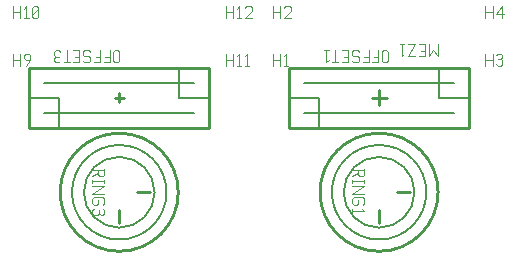
<source format=gbr>
G04 start of page 13 for group -4079 idx -4079 *
G04 Title: (unknown), topsilk *
G04 Creator: pcb 4.2.0 *
G04 CreationDate: Tue Jul 14 02:58:48 2020 UTC *
G04 For: commonadmin *
G04 Format: Gerber/RS-274X *
G04 PCB-Dimensions (mil): 24000.00 18000.00 *
G04 PCB-Coordinate-Origin: lower left *
%MOIN*%
%FSLAX25Y25*%
%LNTOPSILK*%
%ADD71C,0.0040*%
%ADD70C,0.0060*%
%ADD69C,0.0100*%
G54D69*X610236Y254272D02*Y249272D01*
X607736Y251772D02*X612736D01*
X522122D02*X525122D01*
X523622Y253272D02*Y250272D01*
X616142Y220276D02*X620472D01*
X610236Y214370D02*Y210039D01*
G54D70*Y232087D02*G75*G03X598425Y220276I0J-11811D01*G01*
X622047D02*G75*G03X610236Y232087I-11811J0D01*G01*
Y208465D02*G75*G03X622047Y220276I0J11811D01*G01*
X598425D02*G75*G03X610236Y208465I11811J0D01*G01*
X594488Y220276D02*G75*G03X610236Y204528I15748J0D01*G01*
G75*G03X625984Y220276I0J15748D01*G01*
G75*G03X610236Y236024I-15748J0D01*G01*
G75*G03X594488Y220276I0J-15748D01*G01*
G54D69*X610236Y200591D02*G75*G03X629921Y220276I0J19685D01*G01*
G75*G03X610236Y239961I-19685J0D01*G01*
G75*G03X590551Y220276I0J-19685D01*G01*
G75*G03X610236Y200591I19685J0D01*G01*
X580236Y261772D02*X640236D01*
X580236D02*Y241772D01*
X640236D01*
Y261772D02*Y241772D01*
G54D70*X585236Y256772D02*X635236D01*
X585236Y246772D02*X635236D01*
X580236Y251772D02*X590236D01*
Y241772D01*
X630236Y261772D02*Y251772D01*
X640236D01*
G54D69*X493599Y261788D02*X553599D01*
X493599D02*Y241788D01*
X553599D01*
Y261788D02*Y241788D01*
G54D70*X498599Y256788D02*X548599D01*
X498599Y246788D02*X548599D01*
X493599Y251788D02*X503599D01*
Y241788D01*
X543599Y261788D02*Y251788D01*
X553599D01*
G54D69*X529528Y220276D02*X533858D01*
X523622Y214370D02*Y210039D01*
G54D70*Y232087D02*G75*G03X511811Y220276I0J-11811D01*G01*
X535433D02*G75*G03X523622Y232087I-11811J0D01*G01*
Y208465D02*G75*G03X535433Y220276I0J11811D01*G01*
X511811D02*G75*G03X523622Y208465I11811J0D01*G01*
X507874Y220276D02*G75*G03X523622Y204528I15748J0D01*G01*
G75*G03X539370Y220276I0J15748D01*G01*
G75*G03X523622Y236024I-15748J0D01*G01*
G75*G03X507874Y220276I0J-15748D01*G01*
G54D69*X523622Y200591D02*G75*G03X543307Y220276I0J19685D01*G01*
G75*G03X523622Y239961I-19685J0D01*G01*
G75*G03X503937Y220276I0J-19685D01*G01*
G75*G03X523622Y200591I19685J0D01*G01*
G54D71*X613189Y267098D02*Y264098D01*
X612689Y263598D01*
X611689D02*X612689D01*
X611689D02*X611189Y264098D01*
Y267098D02*Y264098D01*
X611689Y267598D02*X611189Y267098D01*
X611689Y267598D02*X612689D01*
X613189Y267098D02*X612689Y267598D01*
X609989D02*Y263598D01*
X607989D02*X609989D01*
X608489Y265398D02*X609989D01*
X606789Y267598D02*Y263598D01*
X604789D02*X606789D01*
X605289Y265398D02*X606789D01*
X601589Y263598D02*X601089Y264098D01*
X601589Y263598D02*X603089D01*
X603589Y264098D02*X603089Y263598D01*
X603589Y265098D02*Y264098D01*
Y265098D02*X603089Y265598D01*
X601589D02*X603089D01*
X601589D02*X601089Y266098D01*
Y267098D02*Y266098D01*
X601589Y267598D02*X601089Y267098D01*
X601589Y267598D02*X603089D01*
X603589Y267098D02*X603089Y267598D01*
X598389Y265398D02*X599889D01*
X597889Y267598D02*X599889D01*
Y263598D01*
X597889D02*X599889D01*
X594689D02*X596689D01*
X595689Y267598D02*Y263598D01*
X593489Y264398D02*X592689Y263598D01*
Y267598D02*Y263598D01*
X591989Y267598D02*X593489D01*
X645669Y266520D02*Y262520D01*
X648169Y266520D02*Y262520D01*
X645669Y264520D02*X648169D01*
X649369Y266020D02*X649869Y266520D01*
X650869D01*
X651369Y266020D01*
X650869Y262520D02*X651369Y263020D01*
X649869Y262520D02*X650869D01*
X649369Y263020D02*X649869Y262520D01*
Y264720D02*X650869D01*
X651369Y266020D02*Y265220D01*
Y264220D02*Y263020D01*
Y264220D02*X650869Y264720D01*
X651369Y265220D02*X650869Y264720D01*
X645669Y282268D02*Y278268D01*
X648169Y282268D02*Y278268D01*
X645669Y280268D02*X648169D01*
X649369Y279768D02*X651369Y282268D01*
X649369Y279768D02*X651869D01*
X651369Y282268D02*Y278268D01*
X629760Y269646D02*Y265646D01*
X628260Y267646D01*
X626760Y265646D01*
Y269646D02*Y265646D01*
X624060Y267446D02*X625560D01*
X623560Y269646D02*X625560D01*
Y265646D01*
X623560D02*X625560D01*
X619860D02*X622360D01*
Y269646D02*X619860Y265646D01*
Y269646D02*X622360D01*
X618660Y266446D02*X617860Y265646D01*
Y269646D02*Y265646D01*
X617160Y269646D02*X618660D01*
X574803Y282268D02*Y278268D01*
X577303Y282268D02*Y278268D01*
X574803Y280268D02*X577303D01*
X578503Y281768D02*X579003Y282268D01*
X580503D01*
X581003Y281768D01*
Y280768D01*
X578503Y278268D02*X581003Y280768D01*
X578503Y278268D02*X581003D01*
X574803Y266520D02*Y262520D01*
X577303Y266520D02*Y262520D01*
X574803Y264520D02*X577303D01*
X578503Y265720D02*X579303Y266520D01*
Y262520D01*
X578503D02*X580003D01*
X605299Y228150D02*Y226150D01*
X604799Y225650D01*
X603799D02*X604799D01*
X603299Y226150D02*X603799Y225650D01*
X603299Y227650D02*Y226150D01*
X601299Y227650D02*X605299D01*
X603299Y226850D02*X601299Y225650D01*
X605299Y224450D02*Y223450D01*
X601299Y223950D02*X605299D01*
X601299Y224450D02*Y223450D01*
Y222250D02*X605299D01*
X601299Y219750D01*
X605299D01*
Y216550D02*X604799Y216050D01*
X605299Y218050D02*Y216550D01*
X604799Y218550D02*X605299Y218050D01*
X601799Y218550D02*X604799D01*
X601799D02*X601299Y218050D01*
Y216550D01*
X601799Y216050D01*
X602799D01*
X603299Y216550D02*X602799Y216050D01*
X603299Y217550D02*Y216550D01*
X604499Y214850D02*X605299Y214050D01*
X601299D02*X605299D01*
X601299Y214850D02*Y213350D01*
X523622Y267099D02*Y264099D01*
X523122Y263599D01*
X522122D02*X523122D01*
X522122D02*X521622Y264099D01*
Y267099D02*Y264099D01*
X522122Y267599D02*X521622Y267099D01*
X522122Y267599D02*X523122D01*
X523622Y267099D02*X523122Y267599D01*
X520422D02*Y263599D01*
X518422D02*X520422D01*
X518922Y265399D02*X520422D01*
X517222Y267599D02*Y263599D01*
X515222D02*X517222D01*
X515722Y265399D02*X517222D01*
X512022Y263599D02*X511522Y264099D01*
X512022Y263599D02*X513522D01*
X514022Y264099D02*X513522Y263599D01*
X514022Y265099D02*Y264099D01*
Y265099D02*X513522Y265599D01*
X512022D02*X513522D01*
X512022D02*X511522Y266099D01*
Y267099D02*Y266099D01*
X512022Y267599D02*X511522Y267099D01*
X512022Y267599D02*X513522D01*
X514022Y267099D02*X513522Y267599D01*
X508822Y265399D02*X510322D01*
X508322Y267599D02*X510322D01*
Y263599D01*
X508322D02*X510322D01*
X505122D02*X507122D01*
X506122Y267599D02*Y263599D01*
X503922Y264099D02*X503422Y263599D01*
X502422D02*X503422D01*
X502422D02*X501922Y264099D01*
X502422Y267599D02*X501922Y267099D01*
X502422Y267599D02*X503422D01*
X503922Y267099D02*X503422Y267599D01*
X502422Y265399D02*X503422D01*
X501922Y264899D02*Y264099D01*
Y267099D02*Y265899D01*
X502422Y265399D01*
X501922Y264899D02*X502422Y265399D01*
X488189Y282268D02*Y278268D01*
X490689Y282268D02*Y278268D01*
X488189Y280268D02*X490689D01*
X491889Y281468D02*X492689Y282268D01*
Y278268D01*
X491889D02*X493389D01*
X494589Y278768D02*X495089Y278268D01*
X494589Y281768D02*Y278768D01*
Y281768D02*X495089Y282268D01*
X496089D01*
X496589Y281768D01*
Y278768D01*
X496089Y278268D02*X496589Y278768D01*
X495089Y278268D02*X496089D01*
X494589Y279268D02*X496589Y281268D01*
X488189Y266520D02*Y262520D01*
X490689Y266520D02*Y262520D01*
X488189Y264520D02*X490689D01*
X492389Y262520D02*X493889Y264520D01*
Y266020D02*Y264520D01*
X493389Y266520D02*X493889Y266020D01*
X492389Y266520D02*X493389D01*
X491889Y266020D02*X492389Y266520D01*
X491889Y266020D02*Y265020D01*
X492389Y264520D01*
X493889D01*
X518685Y228150D02*Y226150D01*
X518185Y225650D01*
X517185D02*X518185D01*
X516685Y226150D02*X517185Y225650D01*
X516685Y227650D02*Y226150D01*
X514685Y227650D02*X518685D01*
X516685Y226850D02*X514685Y225650D01*
X518685Y224450D02*Y223450D01*
X514685Y223950D02*X518685D01*
X514685Y224450D02*Y223450D01*
Y222250D02*X518685D01*
X514685Y219750D01*
X518685D01*
Y216550D02*X518185Y216050D01*
X518685Y218050D02*Y216550D01*
X518185Y218550D02*X518685Y218050D01*
X515185Y218550D02*X518185D01*
X515185D02*X514685Y218050D01*
Y216550D01*
X515185Y216050D01*
X516185D01*
X516685Y216550D02*X516185Y216050D01*
X516685Y217550D02*Y216550D01*
X518185Y214850D02*X518685Y214350D01*
Y213350D01*
X518185Y212850D01*
X514685Y213350D02*X515185Y212850D01*
X514685Y214350D02*Y213350D01*
X515185Y214850D02*X514685Y214350D01*
X516885D02*Y213350D01*
X517385Y212850D02*X518185D01*
X515185D02*X516385D01*
X516885Y213350D01*
X517385Y212850D02*X516885Y213350D01*
X559055Y266520D02*Y262520D01*
X561555Y266520D02*Y262520D01*
X559055Y264520D02*X561555D01*
X562755Y265720D02*X563555Y266520D01*
Y262520D01*
X562755D02*X564255D01*
X565455Y265720D02*X566255Y266520D01*
Y262520D01*
X565455D02*X566955D01*
X559055Y282268D02*Y278268D01*
X561555Y282268D02*Y278268D01*
X559055Y280268D02*X561555D01*
X562755Y281468D02*X563555Y282268D01*
Y278268D01*
X562755D02*X564255D01*
X565455Y281768D02*X565955Y282268D01*
X567455D01*
X567955Y281768D01*
Y280768D01*
X565455Y278268D02*X567955Y280768D01*
X565455Y278268D02*X567955D01*
M02*

</source>
